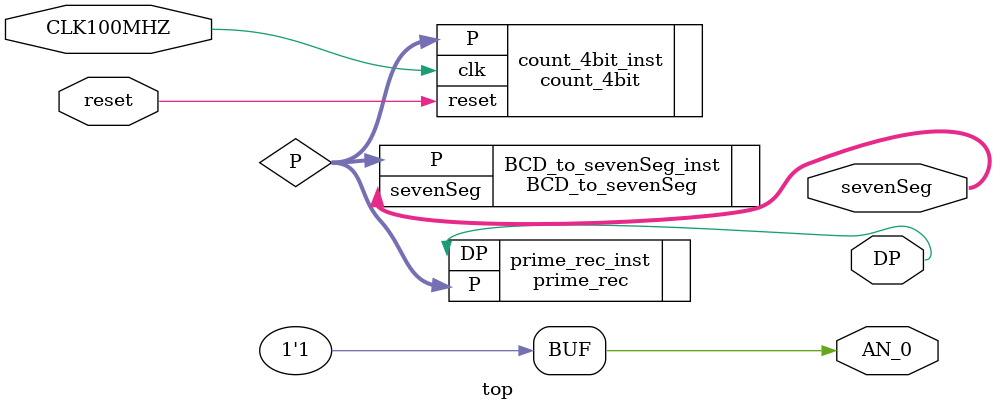
<source format=sv>
`timescale 1ns / 1ps


module top(
    input  logic        CLK100MHZ, reset,
    output logic [6:0]  sevenSeg,
    output logic        AN_0,
    output logic        DP
    );

logic [3:0] P;

assign AN_0 = 1'b1;
    
count_4bit count_4bit_inst (
    .clk(CLK100MHZ),
    .reset(reset),
    .P (P));

BCD_to_sevenSeg BCD_to_sevenSeg_inst (
    .P(P),
    .sevenSeg(sevenSeg));
    
prime_rec prime_rec_inst (
    .P(P),
    .DP(DP));
        
endmodule

</source>
